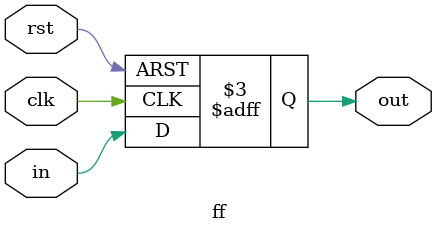
<source format=sv>
/*
 * Shared library functions and constants for all modules.
 */

// Constants

// PIDs for RW
`define OUTPID 8'b10000111
`define INPID 8'b10010110
`define DATAPID 8'b11000011
`define ACKPID 8'b01001011
`define NAKPID 8'b01011010

// Addresses and endpoints
`define ADDR 7'b1010000
`define ENDP4 4'b0010
`define ENDP8 4'b0001

// Task types
`define TASK_IDLE 2'b0
`define TASK_READ 2'b01
`define TASK_WRITE 2'b10

// Transaction types
`define TRANS_NON 2'b00
`define TRANS_IN  2'b01
`define TRANS_OUT 2'b10

// Packet types
`define TYPE_TOK 2'b01
`define TYPE_DATA 2'b10
`define TYPE_HS 2'b11
`define TYPE_NON 2'b00

// Packet sizes
`define TOK_S 7'd32
`define HANDSHAKE_S 7'd16
`define DATA_S 7'd96

// Handshake packets
`define HS_ACK 19'h014b
`define HS_NAK 19'h015a

// Sync
`define SYNC 8'b00000001

// Timeout
`define TIMEOUT_LEN 8'd255

// Useful Modules

/*
 * Modules defined:
 * - crc5,16 calculation, with enables
 * - packet to serial (from suzz)
 * - serial to packet (from suzz)
 * - reverse counter for packet to serial (from suzz)
 */

module crc5(clk, rst_b, en,
            bstr_in, bstr_in_avail,
            crc_val, crc_val_avail);

    input logic clk, rst_b, en;
    input logic bstr_in, bstr_in_avail;
    output logic [4:0] crc_val;
    output logic crc_val_avail;

    reg [4:0] lfsr_c, lfsr_q;

    always_comb begin
        lfsr_c[0] = (en) ? lfsr_q[4] ^ bstr_in             : lfsr_q[0];
        lfsr_c[1] = (en) ? lfsr_q[0]                       : lfsr_q[1];
        lfsr_c[2] = (en) ? lfsr_q[1] ^ lfsr_q[4] ^ bstr_in : lfsr_q[2];
        lfsr_c[3] = (en) ? lfsr_q[2]                       : lfsr_q[3];
        lfsr_c[4] = (en) ? lfsr_q[3]                       : lfsr_q[4];
    end 

    always_ff @(posedge clk, negedge rst_b) begin
        if (~rst_b) lfsr_q <= 5'h1f;
        else        lfsr_q <= (en) ? lfsr_c : 5'h1f;
    end

    logic [4:0] crc_last;
    always_ff @(posedge clk, negedge rst_b) begin
        if (~rst_b) crc_last <= 0;
        else        crc_last <= lfsr_q;
    end

    logic bstr_last_avail;
    always_ff @(posedge clk, negedge rst_b) begin
        if (~rst_b) bstr_last_avail <= 0;
        else        bstr_last_avail <= bstr_in_avail;
    end

    assign crc_val_avail = (bstr_last_avail && ~bstr_in_avail);
    assign crc_val = crc_last;

endmodule: crc5

module crc16 (clk, rst_b, en,
              bstr_in, bstr_avail,
              crc_val, crc_val_avail);

    input logic clk, rst_b, en;
    input logic bstr_in, bstr_avail;
    output logic [15:0] crc_val;
    output logic crc_val_avail; 

    logic bstr_last_avail;
    always_ff @(posedge clk, negedge rst_b) begin
        if (~rst_b) bstr_last_avail <= 0;
        else        bstr_last_avail <= bstr_avail;
    end

    reg [15:0] lfsr_c, lfsr_q;

    always_comb begin
        lfsr_c[0]  = (en) ? bstr_in ^ lfsr_q[15]              : lfsr_q[0];
        lfsr_c[1]  = (en) ? lfsr_q[0]                         : lfsr_q[1];
        lfsr_c[2]  = (en) ? lfsr_q[1] ^ lfsr_q[15] ^ bstr_in  : lfsr_q[2];
        lfsr_c[3]  = (en) ? lfsr_q[2]                         : lfsr_q[3];
        lfsr_c[4]  = (en) ? lfsr_q[3]                         : lfsr_q[4];
        lfsr_c[5]  = (en) ? lfsr_q[4]                         : lfsr_q[5];
        lfsr_c[6]  = (en) ? lfsr_q[5]                         : lfsr_q[6];
        lfsr_c[7]  = (en) ? lfsr_q[6]                         : lfsr_q[7];
        lfsr_c[8]  = (en) ? lfsr_q[7]                         : lfsr_q[8];
        lfsr_c[9]  = (en) ? lfsr_q[8]                         : lfsr_q[9];
        lfsr_c[10] = (en) ? lfsr_q[9]                         : lfsr_q[10];
        lfsr_c[11] = (en) ? lfsr_q[10]                        : lfsr_q[11];
        lfsr_c[12] = (en) ? lfsr_q[11]                        : lfsr_q[12];
        lfsr_c[13] = (en) ? lfsr_q[12]                        : lfsr_q[13];
        lfsr_c[14] = (en) ? lfsr_q[13]                        : lfsr_q[14];
        lfsr_c[15] = (en) ? lfsr_q[14] ^ lfsr_q[15] ^ bstr_in : lfsr_q[15];
    end

    always_ff @(posedge clk, negedge rst_b) begin
        if (~rst_b) lfsr_q <= 16'hffff;
        else        lfsr_q <= (en) ? lfsr_c : 16'hffff;
    end

    assign crc_val_avail = (bstr_last_avail && ~bstr_avail);
    assign crc_val = lfsr_q;

endmodule: crc16 

/*
 * Combinationally reverse a 64b data chunk
 */

module reverser (data_in, data_out);
    input logic [63:0] data_in;
    output logic [63:0] data_out;

    generate
        for (genvar i = 0; i < 64; i++) begin : r
            assign data_out[i] = data_in[(63 - i)];
        end
    endgenerate

endmodule: reverser

/*
 * Serial to packet conversion
 */
module SIPO  
    (output logic [98:0] d,
    input bit inBit,
    output logic done,
    input logic [6:0] max,
    input logic clock,
    input logic en,
    input logic rst);

    logic [98:0] q;
    logic [6:0] count;

    assign d = q;
    assign done = (count==max); 
    
    always_ff @(posedge clock, posedge rst)
      if (rst) begin
        q <= 0;
        count <= 0;
        end
      else if (en) begin
        q <= (q << 1) | inBit;
        count <= (count==99) ? 0 : (count+1);
        end

endmodule: SIPO

/*
 * Packet to serial conversion
 */

module PISO( //for OUT/IN: 24+8+3=35, data: 99, hs: 19
  output logic outBit,
  output logic full,
  output logic put_outbound,
  input logic [98:0] in,
  input logic [6:0] rstIndex,
  input logic clk, save, rst);
  
  enum logic [5:0] {Empty,Sending,Last} currState, nextState;

  logic [98:0] savedIn;
  always_ff @(posedge clk, posedge rst)
      if (rst)
        savedIn <= 0;
      else if (save && (currState == Empty))
        savedIn <= in;

  logic counterEn,counterClr;
  logic [6:0] index;
  revCounter revC(counterEn,counterClr,clk,index, rstIndex);

  always_comb
      case (currState)
        Empty:
            nextState = save ? Sending : Empty;
        Sending:
            nextState = index>0 ? Sending : Last;
        Last:
            nextState = Empty;
        default:
          nextState = Empty;  //'
      endcase
  
  always_comb begin
    if (currState == Sending) begin
        counterClr = 0;
        counterEn = 1;
        end
    else begin
        counterClr = (nextState==Empty) ? 1'b1 : rst;//'
        counterEn = 0;
        end

  end
  always_comb begin
      case (currState)
        Empty: begin
            full = 0;
            put_outbound = 0;
            outBit = 0;
        end
        Sending: begin
            full = save;
            put_outbound = 1;
            outBit = savedIn[index];
            //$display("%b",outBit);
        end
        Last: begin
            full = 1;
            put_outbound = 0; //1;
            outBit = savedIn[index];
        end
        default: begin
            full = 0;
            put_outbound = 0;
            outBit = 0;
        end
      endcase
    end
  
  always_ff @(posedge clk,posedge rst)
      if (rst)
    currState <= Empty;
      else
    currState <= nextState;
endmodule: PISO

module revCounter( //actually counts normally wow
    input logic en, rst, clk,
    output logic [6:0] index,
    input logic [6:0] rstIndex);

    always_ff @(posedge clk, posedge rst)
        if (rst)
          index <=rstIndex;  
        else if (en)
          index <= (index!=0) ? index - 1 : 0; //dont wanna be goin negative
endmodule: revCounter

module ff(  //initiated to ONE
    input bit clk, rst,
    input bit in,
    output bit out);

    always_ff @(posedge clk, posedge rst)
        if(rst)
            out <= 1;
        else
            out <= in;

endmodule: ff


</source>
